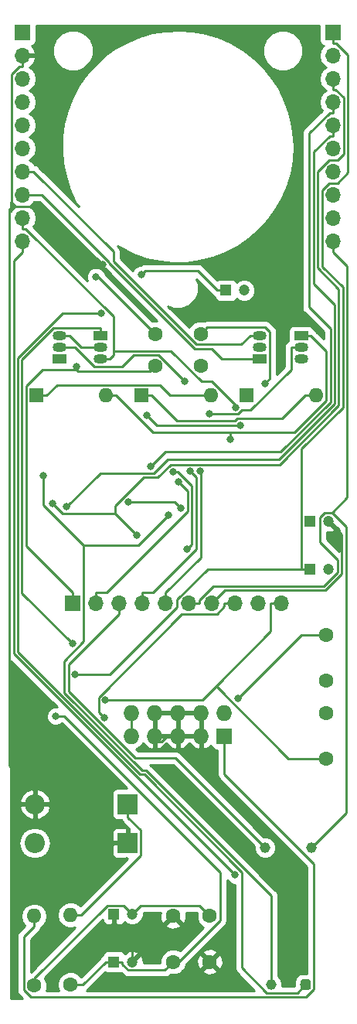
<source format=gbl>
G04 #@! TF.GenerationSoftware,KiCad,Pcbnew,(5.0.2)-1*
G04 #@! TF.CreationDate,2019-04-05T22:24:37+02:00*
G04 #@! TF.ProjectId,Corona_mainBoard,436f726f-6e61-45f6-9d61-696e426f6172,1*
G04 #@! TF.SameCoordinates,Original*
G04 #@! TF.FileFunction,Copper,L2,Bot*
G04 #@! TF.FilePolarity,Positive*
%FSLAX46Y46*%
G04 Gerber Fmt 4.6, Leading zero omitted, Abs format (unit mm)*
G04 Created by KiCad (PCBNEW (5.0.2)-1) date 5-4-2019 22:24:37*
%MOMM*%
%LPD*%
G01*
G04 APERTURE LIST*
G04 #@! TA.AperFunction,ComponentPad*
%ADD10C,1.150000*%
G04 #@! TD*
G04 #@! TA.AperFunction,Conductor*
%ADD11C,0.100000*%
G04 #@! TD*
G04 #@! TA.AperFunction,ComponentPad*
%ADD12C,1.600000*%
G04 #@! TD*
G04 #@! TA.AperFunction,ComponentPad*
%ADD13C,1.200000*%
G04 #@! TD*
G04 #@! TA.AperFunction,ComponentPad*
%ADD14R,1.200000X1.200000*%
G04 #@! TD*
G04 #@! TA.AperFunction,ComponentPad*
%ADD15R,2.200000X2.200000*%
G04 #@! TD*
G04 #@! TA.AperFunction,ComponentPad*
%ADD16O,2.200000X2.200000*%
G04 #@! TD*
G04 #@! TA.AperFunction,ComponentPad*
%ADD17O,1.600000X1.600000*%
G04 #@! TD*
G04 #@! TA.AperFunction,ComponentPad*
%ADD18R,1.600000X1.600000*%
G04 #@! TD*
G04 #@! TA.AperFunction,ComponentPad*
%ADD19R,1.700000X1.700000*%
G04 #@! TD*
G04 #@! TA.AperFunction,ComponentPad*
%ADD20O,1.700000X1.700000*%
G04 #@! TD*
G04 #@! TA.AperFunction,ComponentPad*
%ADD21R,1.727200X1.727200*%
G04 #@! TD*
G04 #@! TA.AperFunction,ComponentPad*
%ADD22O,1.727200X1.727200*%
G04 #@! TD*
G04 #@! TA.AperFunction,ComponentPad*
%ADD23R,1.500000X1.050000*%
G04 #@! TD*
G04 #@! TA.AperFunction,ComponentPad*
%ADD24O,1.500000X1.050000*%
G04 #@! TD*
G04 #@! TA.AperFunction,ViaPad*
%ADD25C,0.800000*%
G04 #@! TD*
G04 #@! TA.AperFunction,Conductor*
%ADD26C,0.250000*%
G04 #@! TD*
G04 #@! TA.AperFunction,Conductor*
%ADD27C,0.254000*%
G04 #@! TD*
G04 APERTURE END LIST*
D10*
G04 #@! TO.P,U3,2*
G04 #@! TO.N,/cv.drv*
X29200000Y-105750000D03*
G04 #@! TO.P,U3,4*
G04 #@! TO.N,/tube.3*
X28560000Y-90750000D03*
G04 #@! TO.P,U3,3*
G04 #@! TO.N,/tube.8*
X33640000Y-90750000D03*
D11*
G04 #@! TD*
G04 #@! TO.N,Net-(R32-Pad2)*
G04 #@! TO.C,U3*
G36*
X33315680Y-105176384D02*
X33343588Y-105180524D01*
X33370957Y-105187380D01*
X33397521Y-105196885D01*
X33423027Y-105208948D01*
X33447226Y-105223452D01*
X33469888Y-105240259D01*
X33490793Y-105259207D01*
X33509741Y-105280112D01*
X33526548Y-105302774D01*
X33541052Y-105326973D01*
X33553115Y-105352479D01*
X33562620Y-105379043D01*
X33569476Y-105406412D01*
X33573616Y-105434320D01*
X33575000Y-105462500D01*
X33575000Y-106037500D01*
X33573616Y-106065680D01*
X33569476Y-106093588D01*
X33562620Y-106120957D01*
X33553115Y-106147521D01*
X33541052Y-106173027D01*
X33526548Y-106197226D01*
X33509741Y-106219888D01*
X33490793Y-106240793D01*
X33469888Y-106259741D01*
X33447226Y-106276548D01*
X33423027Y-106291052D01*
X33397521Y-106303115D01*
X33370957Y-106312620D01*
X33343588Y-106319476D01*
X33315680Y-106323616D01*
X33287500Y-106325000D01*
X32712500Y-106325000D01*
X32684320Y-106323616D01*
X32656412Y-106319476D01*
X32629043Y-106312620D01*
X32602479Y-106303115D01*
X32576973Y-106291052D01*
X32552774Y-106276548D01*
X32530112Y-106259741D01*
X32509207Y-106240793D01*
X32490259Y-106219888D01*
X32473452Y-106197226D01*
X32458948Y-106173027D01*
X32446885Y-106147521D01*
X32437380Y-106120957D01*
X32430524Y-106093588D01*
X32426384Y-106065680D01*
X32425000Y-106037500D01*
X32425000Y-105462500D01*
X32426384Y-105434320D01*
X32430524Y-105406412D01*
X32437380Y-105379043D01*
X32446885Y-105352479D01*
X32458948Y-105326973D01*
X32473452Y-105302774D01*
X32490259Y-105280112D01*
X32509207Y-105259207D01*
X32530112Y-105240259D01*
X32552774Y-105223452D01*
X32576973Y-105208948D01*
X32602479Y-105196885D01*
X32629043Y-105187380D01*
X32656412Y-105180524D01*
X32684320Y-105176384D01*
X32712500Y-105175000D01*
X33287500Y-105175000D01*
X33315680Y-105176384D01*
X33315680Y-105176384D01*
G37*
D10*
G04 #@! TO.P,U3,1*
G04 #@! TO.N,Net-(R32-Pad2)*
X33000000Y-105750000D03*
G04 #@! TD*
D12*
G04 #@! TO.P,C6,2*
G04 #@! TO.N,/tube.1*
X16500000Y-38000000D03*
G04 #@! TO.P,C6,1*
G04 #@! TO.N,/tube.7*
X21500000Y-38000000D03*
G04 #@! TD*
D13*
G04 #@! TO.P,C8,2*
G04 #@! TO.N,/tube.out*
X35500000Y-60250000D03*
D14*
G04 #@! TO.P,C8,1*
G04 #@! TO.N,/R.gain.1*
X33500000Y-60250000D03*
G04 #@! TD*
D12*
G04 #@! TO.P,C9,1*
G04 #@! TO.N,/led.fb.in*
X35250000Y-72500000D03*
G04 #@! TO.P,C9,2*
G04 #@! TO.N,/tube.in*
X35250000Y-67500000D03*
G04 #@! TD*
D15*
G04 #@! TO.P,D1,1*
G04 #@! TO.N,Net-(D1-Pad1)*
X13500000Y-86000000D03*
D16*
G04 #@! TO.P,D1,2*
G04 #@! TO.N,/gnd*
X3340000Y-86000000D03*
G04 #@! TD*
G04 #@! TO.P,D2,2*
G04 #@! TO.N,Net-(D2-Pad2)*
X3340000Y-90250000D03*
D15*
G04 #@! TO.P,D2,1*
G04 #@! TO.N,/gnd*
X13500000Y-90250000D03*
G04 #@! TD*
D17*
G04 #@! TO.P,D4,2*
G04 #@! TO.N,/+12V*
X11120000Y-41250000D03*
D18*
G04 #@! TO.P,D4,1*
G04 #@! TO.N,Net-(D4-Pad1)*
X3500000Y-41250000D03*
G04 #@! TD*
G04 #@! TO.P,D5,1*
G04 #@! TO.N,Net-(D5-Pad1)*
X15000000Y-41250000D03*
D17*
G04 #@! TO.P,D5,2*
G04 #@! TO.N,Net-(D4-Pad1)*
X22620000Y-41250000D03*
G04 #@! TD*
D18*
G04 #@! TO.P,D6,1*
G04 #@! TO.N,/led.clip.in*
X26500000Y-41250000D03*
D17*
G04 #@! TO.P,D6,2*
G04 #@! TO.N,Net-(D5-Pad1)*
X34120000Y-41250000D03*
G04 #@! TD*
D19*
G04 #@! TO.P,J3,1*
G04 #@! TO.N,/+12V*
X2000000Y-1500000D03*
D20*
G04 #@! TO.P,J3,2*
G04 #@! TO.N,/gnd*
X2000000Y-4040000D03*
G04 #@! TO.P,J3,3*
G04 #@! TO.N,/-12V*
X2000000Y-6580000D03*
G04 #@! TO.P,J3,4*
G04 #@! TO.N,N/C*
X2000000Y-9120000D03*
G04 #@! TO.P,J3,5*
G04 #@! TO.N,/audio.in*
X2000000Y-11660000D03*
G04 #@! TO.P,J3,6*
G04 #@! TO.N,/audio.out*
X2000000Y-14200000D03*
G04 #@! TO.P,J3,7*
G04 #@! TO.N,/led.clip.in*
X2000000Y-16740000D03*
G04 #@! TO.P,J3,8*
G04 #@! TO.N,/led.clip.out*
X2000000Y-19280000D03*
G04 #@! TO.P,J3,9*
G04 #@! TO.N,/led.fb.in*
X2000000Y-21820000D03*
G04 #@! TO.P,J3,10*
G04 #@! TO.N,/led.fb.out*
X2000000Y-24360000D03*
G04 #@! TD*
D21*
G04 #@! TO.P,J7,1*
G04 #@! TO.N,Net-(D2-Pad2)*
X24080000Y-78540000D03*
D22*
G04 #@! TO.P,J7,2*
X24080000Y-76000000D03*
G04 #@! TO.P,J7,3*
G04 #@! TO.N,/gnd*
X21540000Y-78540000D03*
G04 #@! TO.P,J7,4*
X21540000Y-76000000D03*
G04 #@! TO.P,J7,5*
X19000000Y-78540000D03*
G04 #@! TO.P,J7,6*
X19000000Y-76000000D03*
G04 #@! TO.P,J7,7*
X16460000Y-78540000D03*
G04 #@! TO.P,J7,8*
X16460000Y-76000000D03*
G04 #@! TO.P,J7,9*
G04 #@! TO.N,Net-(D1-Pad1)*
X13920000Y-78540000D03*
G04 #@! TO.P,J7,10*
X13920000Y-76000000D03*
G04 #@! TD*
D23*
G04 #@! TO.P,Q1,1*
G04 #@! TO.N,Net-(Q1-Pad1)*
X10500000Y-34710000D03*
D24*
G04 #@! TO.P,Q1,3*
G04 #@! TO.N,/led.fb.in*
X10500000Y-37250000D03*
G04 #@! TO.P,Q1,2*
G04 #@! TO.N,Net-(Q1-Pad2)*
X10500000Y-35980000D03*
G04 #@! TD*
G04 #@! TO.P,Q2,2*
G04 #@! TO.N,Net-(Q2-Pad2)*
X6000000Y-35980000D03*
G04 #@! TO.P,Q2,3*
G04 #@! TO.N,Net-(Q1-Pad2)*
X6000000Y-34710000D03*
D23*
G04 #@! TO.P,Q2,1*
G04 #@! TO.N,/+12V*
X6000000Y-37250000D03*
G04 #@! TD*
G04 #@! TO.P,Q3,1*
G04 #@! TO.N,/+12V*
X32500000Y-34750000D03*
D24*
G04 #@! TO.P,Q3,3*
G04 #@! TO.N,Net-(C11-Pad1)*
X32500000Y-37290000D03*
G04 #@! TO.P,Q3,2*
G04 #@! TO.N,Net-(Q3-Pad2)*
X32500000Y-36020000D03*
G04 #@! TD*
G04 #@! TO.P,Q4,2*
G04 #@! TO.N,Net-(Q4-Pad2)*
X28000000Y-35980000D03*
G04 #@! TO.P,Q4,3*
G04 #@! TO.N,/led.clip.in*
X28000000Y-34710000D03*
D23*
G04 #@! TO.P,Q4,1*
G04 #@! TO.N,/led.clip.out*
X28000000Y-37250000D03*
G04 #@! TD*
D20*
G04 #@! TO.P,J9,10*
G04 #@! TO.N,/audio.out*
X30360000Y-64000000D03*
G04 #@! TO.P,J9,9*
G04 #@! TO.N,/+12V*
X27820000Y-64000000D03*
G04 #@! TO.P,J9,8*
G04 #@! TO.N,/-12V*
X25280000Y-64000000D03*
G04 #@! TO.P,J9,7*
G04 #@! TO.N,/gnd*
X22740000Y-64000000D03*
G04 #@! TO.P,J9,6*
G04 #@! TO.N,/tube.8*
X20200000Y-64000000D03*
G04 #@! TO.P,J9,5*
G04 #@! TO.N,/tube.7*
X17660000Y-64000000D03*
G04 #@! TO.P,J9,4*
G04 #@! TO.N,/tube.6*
X15120000Y-64000000D03*
G04 #@! TO.P,J9,3*
G04 #@! TO.N,/tube.3*
X12580000Y-64000000D03*
G04 #@! TO.P,J9,2*
G04 #@! TO.N,/tube.2*
X10040000Y-64000000D03*
D19*
G04 #@! TO.P,J9,1*
G04 #@! TO.N,/tube.1*
X7500000Y-64000000D03*
G04 #@! TD*
D12*
G04 #@! TO.P,R.fuse1,1*
G04 #@! TO.N,/+12V*
X7250000Y-105750000D03*
D17*
G04 #@! TO.P,R.fuse1,2*
G04 #@! TO.N,Net-(D1-Pad1)*
X7250000Y-98130000D03*
G04 #@! TD*
D12*
G04 #@! TO.P,R.fuse2,1*
G04 #@! TO.N,/-12V*
X3250000Y-105870000D03*
D17*
G04 #@! TO.P,R.fuse2,2*
G04 #@! TO.N,Net-(D2-Pad2)*
X3250000Y-98250000D03*
G04 #@! TD*
D14*
G04 #@! TO.P,C1,1*
G04 #@! TO.N,/+12V*
X12000000Y-103250000D03*
D13*
G04 #@! TO.P,C1,2*
G04 #@! TO.N,/gnd*
X14000000Y-103250000D03*
G04 #@! TD*
G04 #@! TO.P,C2,2*
G04 #@! TO.N,/-12V*
X14000000Y-98000000D03*
D14*
G04 #@! TO.P,C2,1*
G04 #@! TO.N,/gnd*
X12000000Y-98000000D03*
G04 #@! TD*
D12*
G04 #@! TO.P,C3,2*
G04 #@! TO.N,/gnd*
X18500000Y-98250000D03*
G04 #@! TO.P,C3,1*
G04 #@! TO.N,/+12V*
X18500000Y-103250000D03*
G04 #@! TD*
G04 #@! TO.P,C4,1*
G04 #@! TO.N,/gnd*
X22500000Y-103250000D03*
G04 #@! TO.P,C4,2*
G04 #@! TO.N,/-12V*
X22500000Y-98250000D03*
G04 #@! TD*
G04 #@! TO.P,C5,1*
G04 #@! TO.N,/tube.2*
X16500000Y-34500000D03*
G04 #@! TO.P,C5,2*
G04 #@! TO.N,/tube.in*
X21500000Y-34500000D03*
G04 #@! TD*
D14*
G04 #@! TO.P,C7,1*
G04 #@! TO.N,/tube.6*
X24250000Y-29750000D03*
D13*
G04 #@! TO.P,C7,2*
G04 #@! TO.N,Net-(C7-Pad2)*
X26250000Y-29750000D03*
G04 #@! TD*
D12*
G04 #@! TO.P,C10,2*
G04 #@! TO.N,/audio.out*
X35250000Y-81000000D03*
G04 #@! TO.P,C10,1*
G04 #@! TO.N,/tone.level*
X35250000Y-76000000D03*
G04 #@! TD*
D13*
G04 #@! TO.P,C11,2*
G04 #@! TO.N,/gnd*
X35500000Y-55000000D03*
D14*
G04 #@! TO.P,C11,1*
G04 #@! TO.N,Net-(C11-Pad1)*
X33500000Y-55000000D03*
G04 #@! TD*
D19*
G04 #@! TO.P,J4,1*
G04 #@! TO.N,/R.gain.1*
X36000000Y-1500000D03*
D20*
G04 #@! TO.P,J4,2*
G04 #@! TO.N,/R.gain.3*
X36000000Y-4040000D03*
G04 #@! TO.P,J4,3*
G04 #@! TO.N,/fb.cv.in*
X36000000Y-6580000D03*
G04 #@! TO.P,J4,4*
G04 #@! TO.N,/fb.cv.level*
X36000000Y-9120000D03*
G04 #@! TO.P,J4,5*
G04 #@! TO.N,/fb.level*
X36000000Y-11660000D03*
G04 #@! TO.P,J4,6*
G04 #@! TO.N,/drv.cv.in*
X36000000Y-14200000D03*
G04 #@! TO.P,J4,7*
G04 #@! TO.N,/drv.cv.level*
X36000000Y-16740000D03*
G04 #@! TO.P,J4,8*
G04 #@! TO.N,/drv.level*
X36000000Y-19280000D03*
G04 #@! TO.P,J4,9*
G04 #@! TO.N,/tone.level*
X36000000Y-21820000D03*
G04 #@! TO.P,J4,10*
G04 #@! TO.N,/tube.8*
X36000000Y-24360000D03*
G04 #@! TD*
D25*
G04 #@! TO.N,/tube.2*
X19062500Y-50725600D03*
X10043200Y-28259700D03*
G04 #@! TO.N,/tube.in*
X28525000Y-39940400D03*
X25602100Y-74418600D03*
G04 #@! TO.N,/tube.1*
X7908800Y-38108200D03*
G04 #@! TO.N,/tube.7*
X21432500Y-49555500D03*
G04 #@! TO.N,/+12V*
X5604500Y-76373200D03*
X24761000Y-46069200D03*
G04 #@! TO.N,/gnd*
X10768500Y-26948900D03*
G04 #@! TO.N,/-12V*
X10917400Y-76499700D03*
G04 #@! TO.N,/tube.6*
X20384800Y-49533900D03*
X14994200Y-28026600D03*
G04 #@! TO.N,/R.gain.1*
X7764700Y-71803500D03*
G04 #@! TO.N,/led.fb.in*
X25305400Y-42563700D03*
G04 #@! TO.N,/audio.out*
X11043600Y-74598400D03*
G04 #@! TO.N,/led.fb.out*
X25291600Y-93758900D03*
G04 #@! TO.N,/fb.cv.in*
X14489500Y-56517400D03*
X5275000Y-53067700D03*
G04 #@! TO.N,/fb.cv.level*
X16059100Y-49049500D03*
G04 #@! TO.N,/fb.level*
X6832700Y-53454700D03*
G04 #@! TO.N,/drv.level*
X25826600Y-44512200D03*
X15590200Y-43417500D03*
G04 #@! TO.N,Net-(Q1-Pad1)*
X7439600Y-68413500D03*
G04 #@! TO.N,Net-(Q2-Pad2)*
X19775000Y-39682100D03*
G04 #@! TO.N,Net-(Q3-Pad2)*
X22500000Y-43289000D03*
G04 #@! TO.N,/cv.fb*
X18468900Y-49569200D03*
X19984300Y-58100100D03*
G04 #@! TO.N,/cv.drv*
X4235300Y-49993300D03*
X17990800Y-54361500D03*
G04 #@! TO.N,Net-(R18-Pad2)*
X13597900Y-52907100D03*
X19360300Y-53584000D03*
G04 #@! TO.N,Net-(R32-Pad2)*
X10576300Y-32268100D03*
G04 #@! TD*
D26*
G04 #@! TO.N,/tube.2*
X19062500Y-50725600D02*
X20096500Y-51759600D01*
X20096500Y-51759600D02*
X20096500Y-53943500D01*
X20096500Y-53943500D02*
X11215300Y-62824700D01*
X11215300Y-62824700D02*
X10040000Y-62824700D01*
X10040000Y-64000000D02*
X10040000Y-62824700D01*
X16500000Y-34500000D02*
X10259700Y-28259700D01*
X10259700Y-28259700D02*
X10043200Y-28259700D01*
G04 #@! TO.N,/tube.in*
X21500000Y-34500000D02*
X22195100Y-33804900D01*
X22195100Y-33804900D02*
X28579100Y-33804900D01*
X28579100Y-33804900D02*
X29075400Y-34301200D01*
X29075400Y-34301200D02*
X29075400Y-39390000D01*
X29075400Y-39390000D02*
X28525000Y-39940400D01*
X35250000Y-67500000D02*
X32520700Y-67500000D01*
X32520700Y-67500000D02*
X25602100Y-74418600D01*
G04 #@! TO.N,/tube.1*
X7908800Y-38108200D02*
X7908800Y-38457400D01*
X7908800Y-38457400D02*
X4169400Y-38457400D01*
X4169400Y-38457400D02*
X2374700Y-40252100D01*
X2374700Y-40252100D02*
X2374700Y-57699400D01*
X2374700Y-57699400D02*
X7500000Y-62824700D01*
X16500000Y-38000000D02*
X15910700Y-38589300D01*
X15910700Y-38589300D02*
X8040700Y-38589300D01*
X8040700Y-38589300D02*
X7908800Y-38457400D01*
X7500000Y-64000000D02*
X7500000Y-62824700D01*
G04 #@! TO.N,/tube.7*
X17660000Y-62824700D02*
X21518500Y-58966200D01*
X21518500Y-58966200D02*
X21518500Y-49641500D01*
X21518500Y-49641500D02*
X21432500Y-49555500D01*
X17660000Y-64000000D02*
X17660000Y-62824700D01*
G04 #@! TO.N,/+12V*
X18500000Y-103250000D02*
X19102100Y-103250000D01*
X19102100Y-103250000D02*
X23635900Y-98716200D01*
X23635900Y-98716200D02*
X23635900Y-93455700D01*
X23635900Y-93455700D02*
X6553400Y-76373200D01*
X6553400Y-76373200D02*
X5604500Y-76373200D01*
X24761000Y-45277700D02*
X24761000Y-46069200D01*
X24761000Y-45277700D02*
X31762200Y-45277700D01*
X31762200Y-45277700D02*
X35245400Y-41794500D01*
X35245400Y-41794500D02*
X35245400Y-36420100D01*
X35245400Y-36420100D02*
X33575300Y-34750000D01*
X12245300Y-41250000D02*
X16273000Y-45277700D01*
X16273000Y-45277700D02*
X24761000Y-45277700D01*
X12000000Y-103250000D02*
X12925300Y-103250000D01*
X18500000Y-103250000D02*
X17574700Y-104175300D01*
X17574700Y-104175300D02*
X13590300Y-104175300D01*
X13590300Y-104175300D02*
X12925300Y-103510300D01*
X12925300Y-103510300D02*
X12925300Y-103250000D01*
X32500000Y-34750000D02*
X33575300Y-34750000D01*
X11120000Y-41250000D02*
X12245300Y-41250000D01*
X12000000Y-103250000D02*
X11074700Y-103250000D01*
X7250000Y-105750000D02*
X8574700Y-105750000D01*
X8574700Y-105750000D02*
X11074700Y-103250000D01*
G04 #@! TO.N,/gnd*
X14000000Y-100500500D02*
X16249500Y-100500500D01*
X16249500Y-100500500D02*
X18500000Y-98250000D01*
X12000000Y-98925300D02*
X13575200Y-100500500D01*
X13575200Y-100500500D02*
X14000000Y-100500500D01*
X14000000Y-100500500D02*
X14000000Y-103250000D01*
X3340000Y-86000000D02*
X4765300Y-86000000D01*
X13500000Y-90250000D02*
X9015300Y-90250000D01*
X9015300Y-90250000D02*
X4765300Y-86000000D01*
X866700Y-20550000D02*
X572800Y-20843900D01*
X572800Y-20843900D02*
X572800Y-81807500D01*
X572800Y-81807500D02*
X3340000Y-84574700D01*
X22740000Y-64000000D02*
X24187400Y-62552600D01*
X24187400Y-62552600D02*
X35169900Y-62552600D01*
X35169900Y-62552600D02*
X36938000Y-60784500D01*
X36938000Y-60784500D02*
X36938000Y-56438000D01*
X36938000Y-56438000D02*
X35500000Y-55000000D01*
X866700Y-20550000D02*
X4369600Y-20550000D01*
X4369600Y-20550000D02*
X10768500Y-26948900D01*
X2000000Y-5215300D02*
X1632700Y-5215300D01*
X1632700Y-5215300D02*
X771900Y-6076100D01*
X771900Y-6076100D02*
X771900Y-20455200D01*
X771900Y-20455200D02*
X866700Y-20550000D01*
X3340000Y-86000000D02*
X3340000Y-84574700D01*
X12000000Y-98000000D02*
X12000000Y-98925300D01*
X16460000Y-79134400D02*
X17216700Y-79134400D01*
X17216700Y-79134400D02*
X17811100Y-78540000D01*
X2000000Y-4040000D02*
X2000000Y-5215300D01*
X19000000Y-78540000D02*
X17811100Y-78540000D01*
X16460000Y-78540000D02*
X16460000Y-79134400D01*
G04 #@! TO.N,/-12V*
X14000000Y-98000000D02*
X13074600Y-97074600D01*
X13074600Y-97074600D02*
X11253800Y-97074600D01*
X11253800Y-97074600D02*
X3250000Y-105078400D01*
X3250000Y-105078400D02*
X3250000Y-105870000D01*
X14000000Y-98000000D02*
X14890100Y-97109900D01*
X14890100Y-97109900D02*
X21359900Y-97109900D01*
X21359900Y-97109900D02*
X22500000Y-98250000D01*
X10917400Y-76499700D02*
X10318300Y-75900600D01*
X10318300Y-75900600D02*
X10318300Y-74291200D01*
X10318300Y-74291200D02*
X19434200Y-65175300D01*
X19434200Y-65175300D02*
X23296800Y-65175300D01*
X23296800Y-65175300D02*
X24104700Y-64367400D01*
X24104700Y-64367400D02*
X24104700Y-64000000D01*
X25280000Y-64000000D02*
X24104700Y-64000000D01*
G04 #@! TO.N,/tube.6*
X15120000Y-64000000D02*
X15120000Y-62824700D01*
X20384800Y-49533900D02*
X21022300Y-50171400D01*
X21022300Y-50171400D02*
X21022300Y-58097700D01*
X21022300Y-58097700D02*
X16295300Y-62824700D01*
X16295300Y-62824700D02*
X15120000Y-62824700D01*
X24250000Y-29750000D02*
X23324700Y-29750000D01*
X23324700Y-29750000D02*
X21149300Y-27574600D01*
X21149300Y-27574600D02*
X15446200Y-27574600D01*
X15446200Y-27574600D02*
X14994200Y-28026600D01*
G04 #@! TO.N,/R.gain.1*
X36000000Y-2675300D02*
X36367400Y-2675300D01*
X36367400Y-2675300D02*
X37625600Y-3933500D01*
X37625600Y-3933500D02*
X37625600Y-16865500D01*
X37625600Y-16865500D02*
X36481100Y-18010000D01*
X36481100Y-18010000D02*
X35588400Y-18010000D01*
X35588400Y-18010000D02*
X34819700Y-18778700D01*
X34819700Y-18778700D02*
X34819700Y-27153100D01*
X34819700Y-27153100D02*
X37074600Y-29408000D01*
X37074600Y-29408000D02*
X37074600Y-42595900D01*
X37074600Y-42595900D02*
X32574700Y-47095800D01*
X32574700Y-47095800D02*
X32574700Y-60250000D01*
X36000000Y-1500000D02*
X36000000Y-2675300D01*
X7764700Y-71803500D02*
X11578000Y-71803500D01*
X11578000Y-71803500D02*
X18930000Y-64451500D01*
X18930000Y-64451500D02*
X18930000Y-63593200D01*
X18930000Y-63593200D02*
X22273200Y-60250000D01*
X22273200Y-60250000D02*
X32574700Y-60250000D01*
X33500000Y-60250000D02*
X32574700Y-60250000D01*
G04 #@! TO.N,/led.fb.in*
X25305400Y-42563700D02*
X25305400Y-42295600D01*
X25305400Y-42295600D02*
X22732200Y-39722400D01*
X22732200Y-39722400D02*
X21606900Y-39722400D01*
X21606900Y-39722400D02*
X18253900Y-36369400D01*
X18253900Y-36369400D02*
X11959000Y-36369400D01*
X11959000Y-36369400D02*
X11959000Y-32623700D01*
X11959000Y-32623700D02*
X2330600Y-22995300D01*
X2330600Y-22995300D02*
X2000000Y-22995300D01*
X11575300Y-37250000D02*
X11959000Y-36866300D01*
X11959000Y-36866300D02*
X11959000Y-36369400D01*
X2000000Y-21820000D02*
X2000000Y-22995300D01*
X10500000Y-37250000D02*
X11575300Y-37250000D01*
G04 #@! TO.N,/audio.out*
X23189100Y-73079100D02*
X31110000Y-81000000D01*
X31110000Y-81000000D02*
X35250000Y-81000000D01*
X29184700Y-64000000D02*
X29184700Y-67083500D01*
X29184700Y-67083500D02*
X23189100Y-73079100D01*
X11043600Y-74598400D02*
X21669800Y-74598400D01*
X21669800Y-74598400D02*
X23189100Y-73079100D01*
X30360000Y-64000000D02*
X29184700Y-64000000D01*
G04 #@! TO.N,Net-(D1-Pad1)*
X13500000Y-86000000D02*
X13500000Y-87425300D01*
X7250000Y-98130000D02*
X8375300Y-98130000D01*
X8375300Y-98130000D02*
X14925300Y-91580000D01*
X14925300Y-91580000D02*
X14925300Y-88850600D01*
X14925300Y-88850600D02*
X13500000Y-87425300D01*
X13920000Y-78540000D02*
X13920000Y-77188900D01*
X13920000Y-76000000D02*
X13920000Y-77188900D01*
G04 #@! TO.N,Net-(D2-Pad2)*
X24080000Y-78540000D02*
X24080000Y-79728900D01*
X3250000Y-98250000D02*
X3250000Y-99375300D01*
X3250000Y-99375300D02*
X2113500Y-100511800D01*
X2113500Y-100511800D02*
X2113500Y-106335400D01*
X2113500Y-106335400D02*
X2919300Y-107141200D01*
X2919300Y-107141200D02*
X33073800Y-107141200D01*
X33073800Y-107141200D02*
X33925400Y-106289600D01*
X33925400Y-106289600D02*
X33925400Y-92541900D01*
X33925400Y-92541900D02*
X24080000Y-82696500D01*
X24080000Y-82696500D02*
X24080000Y-79728900D01*
G04 #@! TO.N,Net-(D4-Pad1)*
X3500000Y-41250000D02*
X4625300Y-41250000D01*
X22620000Y-41250000D02*
X18158500Y-41250000D01*
X18158500Y-41250000D02*
X17033200Y-40124700D01*
X17033200Y-40124700D02*
X5750600Y-40124700D01*
X5750600Y-40124700D02*
X4625300Y-41250000D01*
G04 #@! TO.N,Net-(D5-Pad1)*
X32994700Y-41250000D02*
X30457800Y-43786900D01*
X30457800Y-43786900D02*
X25526200Y-43786900D01*
X25526200Y-43786900D02*
X25293100Y-44020000D01*
X25293100Y-44020000D02*
X18895300Y-44020000D01*
X18895300Y-44020000D02*
X16125300Y-41250000D01*
X15000000Y-41250000D02*
X16125300Y-41250000D01*
X34120000Y-41250000D02*
X32994700Y-41250000D01*
G04 #@! TO.N,/led.clip.in*
X26924700Y-34710000D02*
X25968900Y-35665800D01*
X25968900Y-35665800D02*
X21039000Y-35665800D01*
X21039000Y-35665800D02*
X11944100Y-26570900D01*
X11944100Y-26570900D02*
X11944100Y-25508800D01*
X11944100Y-25508800D02*
X3175300Y-16740000D01*
X28000000Y-34710000D02*
X26924700Y-34710000D01*
X2000000Y-16740000D02*
X3175300Y-16740000D01*
G04 #@! TO.N,/led.clip.out*
X28000000Y-37250000D02*
X23833000Y-37250000D01*
X23833000Y-37250000D02*
X22699100Y-36116100D01*
X22699100Y-36116100D02*
X20846200Y-36116100D01*
X20846200Y-36116100D02*
X11493800Y-26763700D01*
X11493800Y-26763700D02*
X11493800Y-26648400D01*
X11493800Y-26648400D02*
X4125400Y-19280000D01*
X4125400Y-19280000D02*
X2000000Y-19280000D01*
G04 #@! TO.N,/led.fb.out*
X2000000Y-24360000D02*
X2000000Y-25535300D01*
X25291600Y-93758900D02*
X25240000Y-93758900D01*
X25240000Y-93758900D02*
X1023300Y-69542200D01*
X1023300Y-69542200D02*
X1023300Y-26512000D01*
X1023300Y-26512000D02*
X2000000Y-25535300D01*
G04 #@! TO.N,/fb.cv.in*
X36000000Y-7755300D02*
X36301300Y-7755300D01*
X36301300Y-7755300D02*
X37175300Y-8629300D01*
X37175300Y-8629300D02*
X37175300Y-14775800D01*
X37175300Y-14775800D02*
X36481100Y-15470000D01*
X36481100Y-15470000D02*
X35588400Y-15470000D01*
X35588400Y-15470000D02*
X34318100Y-16740300D01*
X34318100Y-16740300D02*
X34318100Y-27288500D01*
X34318100Y-27288500D02*
X36622700Y-29593100D01*
X36622700Y-29593100D02*
X36622700Y-42327900D01*
X36622700Y-42327900D02*
X30142000Y-48808600D01*
X30142000Y-48808600D02*
X18189700Y-48808600D01*
X18189700Y-48808600D02*
X16773200Y-50225100D01*
X16773200Y-50225100D02*
X15254200Y-50225100D01*
X15254200Y-50225100D02*
X12152100Y-53327200D01*
X12152100Y-53327200D02*
X12152100Y-54180000D01*
X12152100Y-54180000D02*
X14489500Y-56517400D01*
X5275000Y-53067700D02*
X6387300Y-54180000D01*
X6387300Y-54180000D02*
X12152100Y-54180000D01*
X36000000Y-6580000D02*
X36000000Y-7755300D01*
G04 #@! TO.N,/fb.cv.level*
X36000000Y-9120000D02*
X36000000Y-10295300D01*
X16059100Y-49049500D02*
X17659900Y-47448700D01*
X17659900Y-47448700D02*
X30228100Y-47448700D01*
X30228100Y-47448700D02*
X35721900Y-41954900D01*
X35721900Y-41954900D02*
X35721900Y-33947900D01*
X35721900Y-33947900D02*
X33364400Y-31590400D01*
X33364400Y-31590400D02*
X33364400Y-12563600D01*
X33364400Y-12563600D02*
X35632700Y-10295300D01*
X35632700Y-10295300D02*
X36000000Y-10295300D01*
G04 #@! TO.N,/fb.level*
X6832700Y-53454700D02*
X10512600Y-49774800D01*
X10512600Y-49774800D02*
X16359600Y-49774800D01*
X16359600Y-49774800D02*
X17918100Y-48216300D01*
X17918100Y-48216300D02*
X17918100Y-48216200D01*
X17918100Y-48216200D02*
X30097500Y-48216200D01*
X30097500Y-48216200D02*
X36172300Y-42141400D01*
X36172300Y-42141400D02*
X36172300Y-31299900D01*
X36172300Y-31299900D02*
X33867700Y-28995300D01*
X33867700Y-28995300D02*
X33867700Y-14600300D01*
X33867700Y-14600300D02*
X35632700Y-12835300D01*
X35632700Y-12835300D02*
X36000000Y-12835300D01*
X36000000Y-11660000D02*
X36000000Y-12835300D01*
G04 #@! TO.N,/drv.level*
X25826600Y-44512200D02*
X16684900Y-44512200D01*
X16684900Y-44512200D02*
X15590200Y-43417500D01*
G04 #@! TO.N,/tube.8*
X36000000Y-24360000D02*
X36000000Y-25535300D01*
X35883400Y-54074700D02*
X35116700Y-54074700D01*
X35116700Y-54074700D02*
X34574700Y-54616700D01*
X34574700Y-54616700D02*
X34574700Y-57331900D01*
X34574700Y-57331900D02*
X36473500Y-59230700D01*
X36473500Y-59230700D02*
X36473500Y-60587500D01*
X36473500Y-60587500D02*
X34958800Y-62102200D01*
X34958800Y-62102200D02*
X22905800Y-62102200D01*
X22905800Y-62102200D02*
X21375300Y-63632700D01*
X21375300Y-63632700D02*
X21375300Y-64000000D01*
X33640000Y-90750000D02*
X37433200Y-86956800D01*
X37433200Y-86956800D02*
X37433200Y-55624500D01*
X37433200Y-55624500D02*
X35883400Y-54074700D01*
X36000000Y-25535300D02*
X37539200Y-27074500D01*
X37539200Y-27074500D02*
X37539200Y-52418900D01*
X37539200Y-52418900D02*
X35883400Y-54074700D01*
X20200000Y-64000000D02*
X21375300Y-64000000D01*
G04 #@! TO.N,Net-(Q1-Pad1)*
X10500000Y-33859700D02*
X5377800Y-33859700D01*
X5377800Y-33859700D02*
X1924400Y-37313100D01*
X1924400Y-37313100D02*
X1924400Y-62898300D01*
X1924400Y-62898300D02*
X7439600Y-68413500D01*
X10500000Y-34710000D02*
X10500000Y-33859700D01*
G04 #@! TO.N,Net-(Q1-Pad2)*
X6000000Y-34710000D02*
X7126900Y-34710000D01*
X7126900Y-34710000D02*
X8396900Y-35980000D01*
X8396900Y-35980000D02*
X10500000Y-35980000D01*
G04 #@! TO.N,Net-(Q2-Pad2)*
X6000000Y-35980000D02*
X7760000Y-35980000D01*
X7760000Y-35980000D02*
X9880400Y-38100400D01*
X9880400Y-38100400D02*
X12912300Y-38100400D01*
X12912300Y-38100400D02*
X14192900Y-36819800D01*
X14192900Y-36819800D02*
X16912700Y-36819800D01*
X16912700Y-36819800D02*
X19775000Y-39682100D01*
G04 #@! TO.N,Net-(Q3-Pad2)*
X31424700Y-36020000D02*
X31424700Y-38392200D01*
X31424700Y-38392200D02*
X26971300Y-42845600D01*
X26971300Y-42845600D02*
X26049200Y-42845600D01*
X26049200Y-42845600D02*
X26049200Y-42845700D01*
X26049200Y-42845700D02*
X25605900Y-43289000D01*
X25605900Y-43289000D02*
X22500000Y-43289000D01*
X32500000Y-36020000D02*
X31424700Y-36020000D01*
G04 #@! TO.N,/cv.fb*
X19984300Y-58100100D02*
X20546900Y-57537500D01*
X20546900Y-57537500D02*
X20546900Y-51143900D01*
X20546900Y-51143900D02*
X18972200Y-49569200D01*
X18972200Y-49569200D02*
X18468900Y-49569200D01*
G04 #@! TO.N,/cv.drv*
X29200000Y-105750000D02*
X29200000Y-96004600D01*
X29200000Y-96004600D02*
X15493100Y-82297700D01*
X15493100Y-82297700D02*
X15052600Y-82297700D01*
X15052600Y-82297700D02*
X6538900Y-73784000D01*
X6538900Y-73784000D02*
X6538900Y-70340000D01*
X6538900Y-70340000D02*
X8699500Y-68179400D01*
X8699500Y-68179400D02*
X8699500Y-57685300D01*
X8699500Y-57685300D02*
X4235300Y-53221100D01*
X4235300Y-53221100D02*
X4235300Y-49993300D01*
X17990800Y-54361500D02*
X14667000Y-57685300D01*
X14667000Y-57685300D02*
X8699500Y-57685300D01*
G04 #@! TO.N,/tube.3*
X28560000Y-90750000D02*
X18756800Y-80946800D01*
X18756800Y-80946800D02*
X14338600Y-80946800D01*
X14338600Y-80946800D02*
X7039400Y-73647600D01*
X7039400Y-73647600D02*
X7039400Y-70715900D01*
X7039400Y-70715900D02*
X12580000Y-65175300D01*
X12580000Y-64000000D02*
X12580000Y-65175300D01*
G04 #@! TO.N,Net-(R18-Pad2)*
X19360300Y-53584000D02*
X18683400Y-52907100D01*
X18683400Y-52907100D02*
X13597900Y-52907100D01*
G04 #@! TO.N,Net-(R32-Pad2)*
X33000000Y-105750000D02*
X32099600Y-106650400D01*
X32099600Y-106650400D02*
X28750200Y-106650400D01*
X28750200Y-106650400D02*
X26016900Y-103917100D01*
X26016900Y-103917100D02*
X26016900Y-93458400D01*
X26016900Y-93458400D02*
X15306500Y-82748000D01*
X15306500Y-82748000D02*
X14866000Y-82748000D01*
X14866000Y-82748000D02*
X1474100Y-69356100D01*
X1474100Y-69356100D02*
X1474100Y-37126500D01*
X1474100Y-37126500D02*
X6332500Y-32268100D01*
X6332500Y-32268100D02*
X10576300Y-32268100D01*
G04 #@! TD*
D27*
G04 #@! TO.N,/gnd*
G36*
X5744499Y-75338200D02*
X5398626Y-75338200D01*
X5018220Y-75495769D01*
X4727069Y-75786920D01*
X4569500Y-76167326D01*
X4569500Y-76579074D01*
X4727069Y-76959480D01*
X5018220Y-77250631D01*
X5398626Y-77408200D01*
X5810374Y-77408200D01*
X6190780Y-77250631D01*
X6273405Y-77168006D01*
X13357959Y-84252560D01*
X12400000Y-84252560D01*
X12152235Y-84301843D01*
X11942191Y-84442191D01*
X11801843Y-84652235D01*
X11752560Y-84900000D01*
X11752560Y-87100000D01*
X11801843Y-87347765D01*
X11942191Y-87557809D01*
X12152235Y-87698157D01*
X12400000Y-87747440D01*
X12801204Y-87747440D01*
X12952072Y-87973229D01*
X13015528Y-88015629D01*
X13650324Y-88650426D01*
X13627000Y-88673750D01*
X13627000Y-90123000D01*
X13647000Y-90123000D01*
X13647000Y-90377000D01*
X13627000Y-90377000D01*
X13627000Y-90397000D01*
X13373000Y-90397000D01*
X13373000Y-90377000D01*
X11923750Y-90377000D01*
X11765000Y-90535750D01*
X11765000Y-91476310D01*
X11861673Y-91709699D01*
X12040302Y-91888327D01*
X12273691Y-91985000D01*
X13214250Y-91985000D01*
X13372998Y-91826252D01*
X13372998Y-91985000D01*
X13445498Y-91985000D01*
X8304804Y-97125695D01*
X8284577Y-97095423D01*
X7809909Y-96778260D01*
X7391333Y-96695000D01*
X7108667Y-96695000D01*
X6690091Y-96778260D01*
X6215423Y-97095423D01*
X5898260Y-97570091D01*
X5786887Y-98130000D01*
X5898260Y-98689909D01*
X6215423Y-99164577D01*
X6690091Y-99481740D01*
X7108667Y-99565000D01*
X7391333Y-99565000D01*
X7762410Y-99491188D01*
X2873500Y-104380099D01*
X2873500Y-100826601D01*
X3734473Y-99965629D01*
X3797929Y-99923229D01*
X3840924Y-99858882D01*
X3965904Y-99671838D01*
X3987155Y-99565000D01*
X4005896Y-99470786D01*
X4284577Y-99284577D01*
X4601740Y-98809909D01*
X4713113Y-98250000D01*
X4601740Y-97690091D01*
X4284577Y-97215423D01*
X3809909Y-96898260D01*
X3391333Y-96815000D01*
X3108667Y-96815000D01*
X2690091Y-96898260D01*
X2215423Y-97215423D01*
X1898260Y-97690091D01*
X1786887Y-98250000D01*
X1898260Y-98809909D01*
X2215423Y-99284577D01*
X2245695Y-99304804D01*
X1629030Y-99921469D01*
X1565571Y-99963871D01*
X1397596Y-100215264D01*
X1353500Y-100436949D01*
X1353500Y-100436953D01*
X1338612Y-100511800D01*
X1353500Y-100586647D01*
X1353501Y-106260548D01*
X1338612Y-106335400D01*
X1397597Y-106631937D01*
X1414161Y-106656726D01*
X1565572Y-106883329D01*
X1629027Y-106925729D01*
X1968298Y-107265000D01*
X735000Y-107265000D01*
X735000Y-90250000D01*
X1571010Y-90250000D01*
X1705666Y-90926963D01*
X2089135Y-91500865D01*
X2663037Y-91884334D01*
X3169120Y-91985000D01*
X3510880Y-91985000D01*
X4016963Y-91884334D01*
X4590865Y-91500865D01*
X4974334Y-90926963D01*
X5108990Y-90250000D01*
X4974334Y-89573037D01*
X4607273Y-89023690D01*
X11765000Y-89023690D01*
X11765000Y-89964250D01*
X11923750Y-90123000D01*
X13373000Y-90123000D01*
X13373000Y-88673750D01*
X13214250Y-88515000D01*
X12273691Y-88515000D01*
X12040302Y-88611673D01*
X11861673Y-88790301D01*
X11765000Y-89023690D01*
X4607273Y-89023690D01*
X4590865Y-88999135D01*
X4016963Y-88615666D01*
X3510880Y-88515000D01*
X3169120Y-88515000D01*
X2663037Y-88615666D01*
X2089135Y-88999135D01*
X1705666Y-89573037D01*
X1571010Y-90250000D01*
X735000Y-90250000D01*
X735000Y-86396122D01*
X1650825Y-86396122D01*
X1865466Y-86914332D01*
X2327608Y-87409012D01*
X2943877Y-87689183D01*
X3213000Y-87571604D01*
X3213000Y-86127000D01*
X3467000Y-86127000D01*
X3467000Y-87571604D01*
X3736123Y-87689183D01*
X4352392Y-87409012D01*
X4814534Y-86914332D01*
X5029175Y-86396122D01*
X4911125Y-86127000D01*
X3467000Y-86127000D01*
X3213000Y-86127000D01*
X1768875Y-86127000D01*
X1650825Y-86396122D01*
X735000Y-86396122D01*
X735000Y-85603878D01*
X1650825Y-85603878D01*
X1768875Y-85873000D01*
X3213000Y-85873000D01*
X3213000Y-84428396D01*
X3467000Y-84428396D01*
X3467000Y-85873000D01*
X4911125Y-85873000D01*
X5029175Y-85603878D01*
X4814534Y-85085668D01*
X4352392Y-84590988D01*
X3736123Y-84310817D01*
X3467000Y-84428396D01*
X3213000Y-84428396D01*
X2943877Y-84310817D01*
X2327608Y-84590988D01*
X1865466Y-85085668D01*
X1650825Y-85603878D01*
X735000Y-85603878D01*
X735000Y-70328701D01*
X5744499Y-75338200D01*
X5744499Y-75338200D01*
G37*
X5744499Y-75338200D02*
X5398626Y-75338200D01*
X5018220Y-75495769D01*
X4727069Y-75786920D01*
X4569500Y-76167326D01*
X4569500Y-76579074D01*
X4727069Y-76959480D01*
X5018220Y-77250631D01*
X5398626Y-77408200D01*
X5810374Y-77408200D01*
X6190780Y-77250631D01*
X6273405Y-77168006D01*
X13357959Y-84252560D01*
X12400000Y-84252560D01*
X12152235Y-84301843D01*
X11942191Y-84442191D01*
X11801843Y-84652235D01*
X11752560Y-84900000D01*
X11752560Y-87100000D01*
X11801843Y-87347765D01*
X11942191Y-87557809D01*
X12152235Y-87698157D01*
X12400000Y-87747440D01*
X12801204Y-87747440D01*
X12952072Y-87973229D01*
X13015528Y-88015629D01*
X13650324Y-88650426D01*
X13627000Y-88673750D01*
X13627000Y-90123000D01*
X13647000Y-90123000D01*
X13647000Y-90377000D01*
X13627000Y-90377000D01*
X13627000Y-90397000D01*
X13373000Y-90397000D01*
X13373000Y-90377000D01*
X11923750Y-90377000D01*
X11765000Y-90535750D01*
X11765000Y-91476310D01*
X11861673Y-91709699D01*
X12040302Y-91888327D01*
X12273691Y-91985000D01*
X13214250Y-91985000D01*
X13372998Y-91826252D01*
X13372998Y-91985000D01*
X13445498Y-91985000D01*
X8304804Y-97125695D01*
X8284577Y-97095423D01*
X7809909Y-96778260D01*
X7391333Y-96695000D01*
X7108667Y-96695000D01*
X6690091Y-96778260D01*
X6215423Y-97095423D01*
X5898260Y-97570091D01*
X5786887Y-98130000D01*
X5898260Y-98689909D01*
X6215423Y-99164577D01*
X6690091Y-99481740D01*
X7108667Y-99565000D01*
X7391333Y-99565000D01*
X7762410Y-99491188D01*
X2873500Y-104380099D01*
X2873500Y-100826601D01*
X3734473Y-99965629D01*
X3797929Y-99923229D01*
X3840924Y-99858882D01*
X3965904Y-99671838D01*
X3987155Y-99565000D01*
X4005896Y-99470786D01*
X4284577Y-99284577D01*
X4601740Y-98809909D01*
X4713113Y-98250000D01*
X4601740Y-97690091D01*
X4284577Y-97215423D01*
X3809909Y-96898260D01*
X3391333Y-96815000D01*
X3108667Y-96815000D01*
X2690091Y-96898260D01*
X2215423Y-97215423D01*
X1898260Y-97690091D01*
X1786887Y-98250000D01*
X1898260Y-98809909D01*
X2215423Y-99284577D01*
X2245695Y-99304804D01*
X1629030Y-99921469D01*
X1565571Y-99963871D01*
X1397596Y-100215264D01*
X1353500Y-100436949D01*
X1353500Y-100436953D01*
X1338612Y-100511800D01*
X1353500Y-100586647D01*
X1353501Y-106260548D01*
X1338612Y-106335400D01*
X1397597Y-106631937D01*
X1414161Y-106656726D01*
X1565572Y-106883329D01*
X1629027Y-106925729D01*
X1968298Y-107265000D01*
X735000Y-107265000D01*
X735000Y-90250000D01*
X1571010Y-90250000D01*
X1705666Y-90926963D01*
X2089135Y-91500865D01*
X2663037Y-91884334D01*
X3169120Y-91985000D01*
X3510880Y-91985000D01*
X4016963Y-91884334D01*
X4590865Y-91500865D01*
X4974334Y-90926963D01*
X5108990Y-90250000D01*
X4974334Y-89573037D01*
X4607273Y-89023690D01*
X11765000Y-89023690D01*
X11765000Y-89964250D01*
X11923750Y-90123000D01*
X13373000Y-90123000D01*
X13373000Y-88673750D01*
X13214250Y-88515000D01*
X12273691Y-88515000D01*
X12040302Y-88611673D01*
X11861673Y-88790301D01*
X11765000Y-89023690D01*
X4607273Y-89023690D01*
X4590865Y-88999135D01*
X4016963Y-88615666D01*
X3510880Y-88515000D01*
X3169120Y-88515000D01*
X2663037Y-88615666D01*
X2089135Y-88999135D01*
X1705666Y-89573037D01*
X1571010Y-90250000D01*
X735000Y-90250000D01*
X735000Y-86396122D01*
X1650825Y-86396122D01*
X1865466Y-86914332D01*
X2327608Y-87409012D01*
X2943877Y-87689183D01*
X3213000Y-87571604D01*
X3213000Y-86127000D01*
X3467000Y-86127000D01*
X3467000Y-87571604D01*
X3736123Y-87689183D01*
X4352392Y-87409012D01*
X4814534Y-86914332D01*
X5029175Y-86396122D01*
X4911125Y-86127000D01*
X3467000Y-86127000D01*
X3213000Y-86127000D01*
X1768875Y-86127000D01*
X1650825Y-86396122D01*
X735000Y-86396122D01*
X735000Y-85603878D01*
X1650825Y-85603878D01*
X1768875Y-85873000D01*
X3213000Y-85873000D01*
X3213000Y-84428396D01*
X3467000Y-84428396D01*
X3467000Y-85873000D01*
X4911125Y-85873000D01*
X5029175Y-85603878D01*
X4814534Y-85085668D01*
X4352392Y-84590988D01*
X3736123Y-84310817D01*
X3467000Y-84428396D01*
X3213000Y-84428396D01*
X2943877Y-84310817D01*
X2327608Y-84590988D01*
X1865466Y-85085668D01*
X1650825Y-85603878D01*
X735000Y-85603878D01*
X735000Y-70328701D01*
X5744499Y-75338200D01*
G36*
X24414169Y-94345180D02*
X24705320Y-94636331D01*
X25085726Y-94793900D01*
X25256901Y-94793900D01*
X25256900Y-103842253D01*
X25242012Y-103917100D01*
X25256900Y-103991947D01*
X25256900Y-103991951D01*
X25300996Y-104213636D01*
X25468971Y-104465029D01*
X25532430Y-104507431D01*
X27406198Y-106381200D01*
X8998005Y-106381200D01*
X9122629Y-106297929D01*
X9165031Y-106234470D01*
X11031810Y-104367691D01*
X11152235Y-104448157D01*
X11400000Y-104497440D01*
X12600000Y-104497440D01*
X12798212Y-104458014D01*
X12999971Y-104659773D01*
X13042371Y-104723229D01*
X13293763Y-104891204D01*
X13515448Y-104935300D01*
X13515452Y-104935300D01*
X13590299Y-104950188D01*
X13665146Y-104935300D01*
X17499853Y-104935300D01*
X17574700Y-104950188D01*
X17649547Y-104935300D01*
X17649552Y-104935300D01*
X17871237Y-104891204D01*
X18122629Y-104723229D01*
X18162564Y-104663462D01*
X18214561Y-104685000D01*
X18785439Y-104685000D01*
X19312862Y-104466534D01*
X19521651Y-104257745D01*
X21671861Y-104257745D01*
X21745995Y-104503864D01*
X22283223Y-104696965D01*
X22853454Y-104669778D01*
X23254005Y-104503864D01*
X23328139Y-104257745D01*
X22500000Y-103429605D01*
X21671861Y-104257745D01*
X19521651Y-104257745D01*
X19716534Y-104062862D01*
X19935000Y-103535439D01*
X19935000Y-103491901D01*
X20393678Y-103033223D01*
X21053035Y-103033223D01*
X21080222Y-103603454D01*
X21246136Y-104004005D01*
X21492255Y-104078139D01*
X22320395Y-103250000D01*
X22679605Y-103250000D01*
X23507745Y-104078139D01*
X23753864Y-104004005D01*
X23946965Y-103466777D01*
X23919778Y-102896546D01*
X23753864Y-102495995D01*
X23507745Y-102421861D01*
X22679605Y-103250000D01*
X22320395Y-103250000D01*
X21492255Y-102421861D01*
X21246136Y-102495995D01*
X21053035Y-103033223D01*
X20393678Y-103033223D01*
X21184646Y-102242255D01*
X21671861Y-102242255D01*
X22500000Y-103070395D01*
X23328139Y-102242255D01*
X23254005Y-101996136D01*
X22716777Y-101803035D01*
X22146546Y-101830222D01*
X21745995Y-101996136D01*
X21671861Y-102242255D01*
X21184646Y-102242255D01*
X24120376Y-99306527D01*
X24183829Y-99264129D01*
X24226227Y-99200676D01*
X24226229Y-99200674D01*
X24351803Y-99012738D01*
X24351804Y-99012737D01*
X24395900Y-98791052D01*
X24395900Y-98791048D01*
X24410788Y-98716201D01*
X24395900Y-98641354D01*
X24395900Y-94301075D01*
X24414169Y-94345180D01*
X24414169Y-94345180D01*
G37*
X24414169Y-94345180D02*
X24705320Y-94636331D01*
X25085726Y-94793900D01*
X25256901Y-94793900D01*
X25256900Y-103842253D01*
X25242012Y-103917100D01*
X25256900Y-103991947D01*
X25256900Y-103991951D01*
X25300996Y-104213636D01*
X25468971Y-104465029D01*
X25532430Y-104507431D01*
X27406198Y-106381200D01*
X8998005Y-106381200D01*
X9122629Y-106297929D01*
X9165031Y-106234470D01*
X11031810Y-104367691D01*
X11152235Y-104448157D01*
X11400000Y-104497440D01*
X12600000Y-104497440D01*
X12798212Y-104458014D01*
X12999971Y-104659773D01*
X13042371Y-104723229D01*
X13293763Y-104891204D01*
X13515448Y-104935300D01*
X13515452Y-104935300D01*
X13590299Y-104950188D01*
X13665146Y-104935300D01*
X17499853Y-104935300D01*
X17574700Y-104950188D01*
X17649547Y-104935300D01*
X17649552Y-104935300D01*
X17871237Y-104891204D01*
X18122629Y-104723229D01*
X18162564Y-104663462D01*
X18214561Y-104685000D01*
X18785439Y-104685000D01*
X19312862Y-104466534D01*
X19521651Y-104257745D01*
X21671861Y-104257745D01*
X21745995Y-104503864D01*
X22283223Y-104696965D01*
X22853454Y-104669778D01*
X23254005Y-104503864D01*
X23328139Y-104257745D01*
X22500000Y-103429605D01*
X21671861Y-104257745D01*
X19521651Y-104257745D01*
X19716534Y-104062862D01*
X19935000Y-103535439D01*
X19935000Y-103491901D01*
X20393678Y-103033223D01*
X21053035Y-103033223D01*
X21080222Y-103603454D01*
X21246136Y-104004005D01*
X21492255Y-104078139D01*
X22320395Y-103250000D01*
X22679605Y-103250000D01*
X23507745Y-104078139D01*
X23753864Y-104004005D01*
X23946965Y-103466777D01*
X23919778Y-102896546D01*
X23753864Y-102495995D01*
X23507745Y-102421861D01*
X22679605Y-103250000D01*
X22320395Y-103250000D01*
X21492255Y-102421861D01*
X21246136Y-102495995D01*
X21053035Y-103033223D01*
X20393678Y-103033223D01*
X21184646Y-102242255D01*
X21671861Y-102242255D01*
X22500000Y-103070395D01*
X23328139Y-102242255D01*
X23254005Y-101996136D01*
X22716777Y-101803035D01*
X22146546Y-101830222D01*
X21745995Y-101996136D01*
X21671861Y-102242255D01*
X21184646Y-102242255D01*
X24120376Y-99306527D01*
X24183829Y-99264129D01*
X24226227Y-99200676D01*
X24226229Y-99200674D01*
X24351803Y-99012738D01*
X24351804Y-99012737D01*
X24395900Y-98791052D01*
X24395900Y-98791048D01*
X24410788Y-98716201D01*
X24395900Y-98641354D01*
X24395900Y-94301075D01*
X24414169Y-94345180D01*
G36*
X12127000Y-97873000D02*
X12147000Y-97873000D01*
X12147000Y-98127000D01*
X12127000Y-98127000D01*
X12127000Y-99076250D01*
X12285750Y-99235000D01*
X12726309Y-99235000D01*
X12959698Y-99138327D01*
X13138327Y-98959699D01*
X13160241Y-98906794D01*
X13300429Y-99046982D01*
X13754343Y-99235000D01*
X14245657Y-99235000D01*
X14699571Y-99046982D01*
X15046982Y-98699571D01*
X15235000Y-98245657D01*
X15235000Y-97869900D01*
X17111740Y-97869900D01*
X17053035Y-98033223D01*
X17080222Y-98603454D01*
X17246136Y-99004005D01*
X17492255Y-99078139D01*
X18320395Y-98250000D01*
X18306253Y-98235858D01*
X18485858Y-98056253D01*
X18500000Y-98070395D01*
X18514143Y-98056253D01*
X18693748Y-98235858D01*
X18679605Y-98250000D01*
X19507745Y-99078139D01*
X19753864Y-99004005D01*
X19946965Y-98466777D01*
X19919778Y-97896546D01*
X19908741Y-97869900D01*
X21045099Y-97869900D01*
X21086897Y-97911698D01*
X21065000Y-97964561D01*
X21065000Y-98535439D01*
X21283466Y-99062862D01*
X21687138Y-99466534D01*
X21774554Y-99502743D01*
X19264051Y-102013248D01*
X18785439Y-101815000D01*
X18214561Y-101815000D01*
X17687138Y-102033466D01*
X17283466Y-102437138D01*
X17065000Y-102964561D01*
X17065000Y-103415300D01*
X15247580Y-103415300D01*
X15217482Y-102928587D01*
X15088164Y-102616383D01*
X14862735Y-102566870D01*
X14179605Y-103250000D01*
X14193748Y-103264143D01*
X14042590Y-103415300D01*
X13957410Y-103415300D01*
X13806253Y-103264143D01*
X13820395Y-103250000D01*
X13806253Y-103235858D01*
X13985858Y-103056253D01*
X14000000Y-103070395D01*
X14683130Y-102387265D01*
X14633617Y-102161836D01*
X14168964Y-102002193D01*
X13678587Y-102032518D01*
X13366383Y-102161836D01*
X13316871Y-102387263D01*
X13201178Y-102271570D01*
X13147030Y-102325718D01*
X13057809Y-102192191D01*
X12847765Y-102051843D01*
X12600000Y-102002560D01*
X11400000Y-102002560D01*
X11152235Y-102051843D01*
X10942191Y-102192191D01*
X10801843Y-102402235D01*
X10775224Y-102536060D01*
X10526771Y-102702071D01*
X10484371Y-102765527D01*
X8389647Y-104860251D01*
X8062862Y-104533466D01*
X7535439Y-104315000D01*
X6964561Y-104315000D01*
X6437138Y-104533466D01*
X6033466Y-104937138D01*
X5815000Y-105464561D01*
X5815000Y-106035439D01*
X5958219Y-106381200D01*
X4591487Y-106381200D01*
X4685000Y-106155439D01*
X4685000Y-105584561D01*
X4466534Y-105057138D01*
X4406299Y-104996903D01*
X10145457Y-99257745D01*
X17671861Y-99257745D01*
X17745995Y-99503864D01*
X18283223Y-99696965D01*
X18853454Y-99669778D01*
X19254005Y-99503864D01*
X19328139Y-99257745D01*
X18500000Y-98429605D01*
X17671861Y-99257745D01*
X10145457Y-99257745D01*
X10765000Y-98638202D01*
X10765000Y-98726310D01*
X10861673Y-98959699D01*
X11040302Y-99138327D01*
X11273691Y-99235000D01*
X11714250Y-99235000D01*
X11873000Y-99076250D01*
X11873000Y-98127000D01*
X11853000Y-98127000D01*
X11853000Y-97873000D01*
X11873000Y-97873000D01*
X11873000Y-97853000D01*
X12127000Y-97853000D01*
X12127000Y-97873000D01*
X12127000Y-97873000D01*
G37*
X12127000Y-97873000D02*
X12147000Y-97873000D01*
X12147000Y-98127000D01*
X12127000Y-98127000D01*
X12127000Y-99076250D01*
X12285750Y-99235000D01*
X12726309Y-99235000D01*
X12959698Y-99138327D01*
X13138327Y-98959699D01*
X13160241Y-98906794D01*
X13300429Y-99046982D01*
X13754343Y-99235000D01*
X14245657Y-99235000D01*
X14699571Y-99046982D01*
X15046982Y-98699571D01*
X15235000Y-98245657D01*
X15235000Y-97869900D01*
X17111740Y-97869900D01*
X17053035Y-98033223D01*
X17080222Y-98603454D01*
X17246136Y-99004005D01*
X17492255Y-99078139D01*
X18320395Y-98250000D01*
X18306253Y-98235858D01*
X18485858Y-98056253D01*
X18500000Y-98070395D01*
X18514143Y-98056253D01*
X18693748Y-98235858D01*
X18679605Y-98250000D01*
X19507745Y-99078139D01*
X19753864Y-99004005D01*
X19946965Y-98466777D01*
X19919778Y-97896546D01*
X19908741Y-97869900D01*
X21045099Y-97869900D01*
X21086897Y-97911698D01*
X21065000Y-97964561D01*
X21065000Y-98535439D01*
X21283466Y-99062862D01*
X21687138Y-99466534D01*
X21774554Y-99502743D01*
X19264051Y-102013248D01*
X18785439Y-101815000D01*
X18214561Y-101815000D01*
X17687138Y-102033466D01*
X17283466Y-102437138D01*
X17065000Y-102964561D01*
X17065000Y-103415300D01*
X15247580Y-103415300D01*
X15217482Y-102928587D01*
X15088164Y-102616383D01*
X14862735Y-102566870D01*
X14179605Y-103250000D01*
X14193748Y-103264143D01*
X14042590Y-103415300D01*
X13957410Y-103415300D01*
X13806253Y-103264143D01*
X13820395Y-103250000D01*
X13806253Y-103235858D01*
X13985858Y-103056253D01*
X14000000Y-103070395D01*
X14683130Y-102387265D01*
X14633617Y-102161836D01*
X14168964Y-102002193D01*
X13678587Y-102032518D01*
X13366383Y-102161836D01*
X13316871Y-102387263D01*
X13201178Y-102271570D01*
X13147030Y-102325718D01*
X13057809Y-102192191D01*
X12847765Y-102051843D01*
X12600000Y-102002560D01*
X11400000Y-102002560D01*
X11152235Y-102051843D01*
X10942191Y-102192191D01*
X10801843Y-102402235D01*
X10775224Y-102536060D01*
X10526771Y-102702071D01*
X10484371Y-102765527D01*
X8389647Y-104860251D01*
X8062862Y-104533466D01*
X7535439Y-104315000D01*
X6964561Y-104315000D01*
X6437138Y-104533466D01*
X6033466Y-104937138D01*
X5815000Y-105464561D01*
X5815000Y-106035439D01*
X5958219Y-106381200D01*
X4591487Y-106381200D01*
X4685000Y-106155439D01*
X4685000Y-105584561D01*
X4466534Y-105057138D01*
X4406299Y-104996903D01*
X10145457Y-99257745D01*
X17671861Y-99257745D01*
X17745995Y-99503864D01*
X18283223Y-99696965D01*
X18853454Y-99669778D01*
X19254005Y-99503864D01*
X19328139Y-99257745D01*
X18500000Y-98429605D01*
X17671861Y-99257745D01*
X10145457Y-99257745D01*
X10765000Y-98638202D01*
X10765000Y-98726310D01*
X10861673Y-98959699D01*
X11040302Y-99138327D01*
X11273691Y-99235000D01*
X11714250Y-99235000D01*
X11873000Y-99076250D01*
X11873000Y-98127000D01*
X11853000Y-98127000D01*
X11853000Y-97873000D01*
X11873000Y-97873000D01*
X11873000Y-97853000D01*
X12127000Y-97853000D01*
X12127000Y-97873000D01*
G36*
X16587000Y-75873000D02*
X18873000Y-75873000D01*
X18873000Y-75853000D01*
X19127000Y-75853000D01*
X19127000Y-75873000D01*
X21413000Y-75873000D01*
X21413000Y-75853000D01*
X21667000Y-75853000D01*
X21667000Y-75873000D01*
X21687000Y-75873000D01*
X21687000Y-76127000D01*
X21667000Y-76127000D01*
X21667000Y-78413000D01*
X21687000Y-78413000D01*
X21687000Y-78667000D01*
X21667000Y-78667000D01*
X21667000Y-79873817D01*
X21899026Y-79994958D01*
X22314947Y-79822688D01*
X22600480Y-79562064D01*
X22618243Y-79651365D01*
X22758591Y-79861409D01*
X22968635Y-80001757D01*
X23216400Y-80051040D01*
X23320001Y-80051040D01*
X23320000Y-82621653D01*
X23305112Y-82696500D01*
X23320000Y-82771347D01*
X23320000Y-82771351D01*
X23364096Y-82993036D01*
X23532071Y-83244429D01*
X23595530Y-83286831D01*
X33165401Y-92856703D01*
X33165400Y-104527560D01*
X32712500Y-104527560D01*
X32354714Y-104598728D01*
X32051398Y-104801398D01*
X31848728Y-105104714D01*
X31777560Y-105462500D01*
X31777560Y-105890400D01*
X30410000Y-105890400D01*
X30410000Y-105509316D01*
X30225788Y-105064590D01*
X29960000Y-104798802D01*
X29960000Y-96079447D01*
X29974888Y-96004600D01*
X29960000Y-95929753D01*
X29960000Y-95929748D01*
X29915904Y-95708063D01*
X29747929Y-95456671D01*
X29684473Y-95414271D01*
X16083431Y-81813230D01*
X16041029Y-81749771D01*
X15976718Y-81706800D01*
X18441999Y-81706800D01*
X27350000Y-90614803D01*
X27350000Y-90990684D01*
X27534212Y-91435410D01*
X27874590Y-91775788D01*
X28319316Y-91960000D01*
X28800684Y-91960000D01*
X29245410Y-91775788D01*
X29585788Y-91435410D01*
X29770000Y-90990684D01*
X29770000Y-90509316D01*
X29585788Y-90064590D01*
X29245410Y-89724212D01*
X28800684Y-89540000D01*
X28424803Y-89540000D01*
X19347131Y-80462330D01*
X19304729Y-80398871D01*
X19053337Y-80230896D01*
X18831652Y-80186800D01*
X18831647Y-80186800D01*
X18756800Y-80171912D01*
X18681953Y-80186800D01*
X14653402Y-80186800D01*
X14432599Y-79965997D01*
X14504725Y-79951650D01*
X15000430Y-79620430D01*
X15201854Y-79318979D01*
X15253179Y-79428490D01*
X15685053Y-79822688D01*
X16100974Y-79994958D01*
X16333000Y-79873817D01*
X16333000Y-78667000D01*
X16587000Y-78667000D01*
X16587000Y-79873817D01*
X16819026Y-79994958D01*
X17234947Y-79822688D01*
X17666821Y-79428490D01*
X17730000Y-79293687D01*
X17793179Y-79428490D01*
X18225053Y-79822688D01*
X18640974Y-79994958D01*
X18873000Y-79873817D01*
X18873000Y-78667000D01*
X19127000Y-78667000D01*
X19127000Y-79873817D01*
X19359026Y-79994958D01*
X19774947Y-79822688D01*
X20206821Y-79428490D01*
X20270000Y-79293687D01*
X20333179Y-79428490D01*
X20765053Y-79822688D01*
X21180974Y-79994958D01*
X21413000Y-79873817D01*
X21413000Y-78667000D01*
X19127000Y-78667000D01*
X18873000Y-78667000D01*
X16587000Y-78667000D01*
X16333000Y-78667000D01*
X16313000Y-78667000D01*
X16313000Y-78413000D01*
X16333000Y-78413000D01*
X16333000Y-76127000D01*
X16587000Y-76127000D01*
X16587000Y-78413000D01*
X18873000Y-78413000D01*
X18873000Y-76127000D01*
X19127000Y-76127000D01*
X19127000Y-78413000D01*
X21413000Y-78413000D01*
X21413000Y-76127000D01*
X19127000Y-76127000D01*
X18873000Y-76127000D01*
X16587000Y-76127000D01*
X16333000Y-76127000D01*
X16313000Y-76127000D01*
X16313000Y-75873000D01*
X16333000Y-75873000D01*
X16333000Y-75853000D01*
X16587000Y-75853000D01*
X16587000Y-75873000D01*
X16587000Y-75873000D01*
G37*
X16587000Y-75873000D02*
X18873000Y-75873000D01*
X18873000Y-75853000D01*
X19127000Y-75853000D01*
X19127000Y-75873000D01*
X21413000Y-75873000D01*
X21413000Y-75853000D01*
X21667000Y-75853000D01*
X21667000Y-75873000D01*
X21687000Y-75873000D01*
X21687000Y-76127000D01*
X21667000Y-76127000D01*
X21667000Y-78413000D01*
X21687000Y-78413000D01*
X21687000Y-78667000D01*
X21667000Y-78667000D01*
X21667000Y-79873817D01*
X21899026Y-79994958D01*
X22314947Y-79822688D01*
X22600480Y-79562064D01*
X22618243Y-79651365D01*
X22758591Y-79861409D01*
X22968635Y-80001757D01*
X23216400Y-80051040D01*
X23320001Y-80051040D01*
X23320000Y-82621653D01*
X23305112Y-82696500D01*
X23320000Y-82771347D01*
X23320000Y-82771351D01*
X23364096Y-82993036D01*
X23532071Y-83244429D01*
X23595530Y-83286831D01*
X33165401Y-92856703D01*
X33165400Y-104527560D01*
X32712500Y-104527560D01*
X32354714Y-104598728D01*
X32051398Y-104801398D01*
X31848728Y-105104714D01*
X31777560Y-105462500D01*
X31777560Y-105890400D01*
X30410000Y-105890400D01*
X30410000Y-105509316D01*
X30225788Y-105064590D01*
X29960000Y-104798802D01*
X29960000Y-96079447D01*
X29974888Y-96004600D01*
X29960000Y-95929753D01*
X29960000Y-95929748D01*
X29915904Y-95708063D01*
X29747929Y-95456671D01*
X29684473Y-95414271D01*
X16083431Y-81813230D01*
X16041029Y-81749771D01*
X15976718Y-81706800D01*
X18441999Y-81706800D01*
X27350000Y-90614803D01*
X27350000Y-90990684D01*
X27534212Y-91435410D01*
X27874590Y-91775788D01*
X28319316Y-91960000D01*
X28800684Y-91960000D01*
X29245410Y-91775788D01*
X29585788Y-91435410D01*
X29770000Y-90990684D01*
X29770000Y-90509316D01*
X29585788Y-90064590D01*
X29245410Y-89724212D01*
X28800684Y-89540000D01*
X28424803Y-89540000D01*
X19347131Y-80462330D01*
X19304729Y-80398871D01*
X19053337Y-80230896D01*
X18831652Y-80186800D01*
X18831647Y-80186800D01*
X18756800Y-80171912D01*
X18681953Y-80186800D01*
X14653402Y-80186800D01*
X14432599Y-79965997D01*
X14504725Y-79951650D01*
X15000430Y-79620430D01*
X15201854Y-79318979D01*
X15253179Y-79428490D01*
X15685053Y-79822688D01*
X16100974Y-79994958D01*
X16333000Y-79873817D01*
X16333000Y-78667000D01*
X16587000Y-78667000D01*
X16587000Y-79873817D01*
X16819026Y-79994958D01*
X17234947Y-79822688D01*
X17666821Y-79428490D01*
X17730000Y-79293687D01*
X17793179Y-79428490D01*
X18225053Y-79822688D01*
X18640974Y-79994958D01*
X18873000Y-79873817D01*
X18873000Y-78667000D01*
X19127000Y-78667000D01*
X19127000Y-79873817D01*
X19359026Y-79994958D01*
X19774947Y-79822688D01*
X20206821Y-79428490D01*
X20270000Y-79293687D01*
X20333179Y-79428490D01*
X20765053Y-79822688D01*
X21180974Y-79994958D01*
X21413000Y-79873817D01*
X21413000Y-78667000D01*
X19127000Y-78667000D01*
X18873000Y-78667000D01*
X16587000Y-78667000D01*
X16333000Y-78667000D01*
X16313000Y-78667000D01*
X16313000Y-78413000D01*
X16333000Y-78413000D01*
X16333000Y-76127000D01*
X16587000Y-76127000D01*
X16587000Y-78413000D01*
X18873000Y-78413000D01*
X18873000Y-76127000D01*
X19127000Y-76127000D01*
X19127000Y-78413000D01*
X21413000Y-78413000D01*
X21413000Y-76127000D01*
X19127000Y-76127000D01*
X18873000Y-76127000D01*
X16587000Y-76127000D01*
X16333000Y-76127000D01*
X16313000Y-76127000D01*
X16313000Y-75873000D01*
X16333000Y-75873000D01*
X16333000Y-75853000D01*
X16587000Y-75853000D01*
X16587000Y-75873000D01*
G36*
X22867000Y-63873000D02*
X22887000Y-63873000D01*
X22887000Y-64127000D01*
X22867000Y-64127000D01*
X22867000Y-64147000D01*
X22613000Y-64147000D01*
X22613000Y-64127000D01*
X22593000Y-64127000D01*
X22593000Y-63873000D01*
X22613000Y-63873000D01*
X22613000Y-63853000D01*
X22867000Y-63853000D01*
X22867000Y-63873000D01*
X22867000Y-63873000D01*
G37*
X22867000Y-63873000D02*
X22887000Y-63873000D01*
X22887000Y-64127000D01*
X22867000Y-64127000D01*
X22867000Y-64147000D01*
X22613000Y-64147000D01*
X22613000Y-64127000D01*
X22593000Y-64127000D01*
X22593000Y-63873000D01*
X22613000Y-63873000D01*
X22613000Y-63853000D01*
X22867000Y-63853000D01*
X22867000Y-63873000D01*
G36*
X35693748Y-54985858D02*
X35679605Y-55000000D01*
X36362735Y-55683130D01*
X36407251Y-55673353D01*
X36673201Y-55939303D01*
X36673201Y-58355599D01*
X35334700Y-57017099D01*
X35334700Y-56247580D01*
X35821413Y-56217482D01*
X36133617Y-56088164D01*
X36183130Y-55862735D01*
X35500000Y-55179605D01*
X35485858Y-55193748D01*
X35334700Y-55042590D01*
X35334700Y-54957410D01*
X35457410Y-54834700D01*
X35542590Y-54834700D01*
X35693748Y-54985858D01*
X35693748Y-54985858D01*
G37*
X35693748Y-54985858D02*
X35679605Y-55000000D01*
X36362735Y-55683130D01*
X36407251Y-55673353D01*
X36673201Y-55939303D01*
X36673201Y-58355599D01*
X35334700Y-57017099D01*
X35334700Y-56247580D01*
X35821413Y-56217482D01*
X36133617Y-56088164D01*
X36183130Y-55862735D01*
X35500000Y-55179605D01*
X35485858Y-55193748D01*
X35334700Y-55042590D01*
X35334700Y-54957410D01*
X35457410Y-54834700D01*
X35542590Y-54834700D01*
X35693748Y-54985858D01*
G36*
X34502560Y-2350000D02*
X34551843Y-2597765D01*
X34692191Y-2807809D01*
X34902235Y-2948157D01*
X34947619Y-2957184D01*
X34929375Y-2969375D01*
X34601161Y-3460582D01*
X34485908Y-4040000D01*
X34601161Y-4619418D01*
X34929375Y-5110625D01*
X35227761Y-5310000D01*
X34929375Y-5509375D01*
X34601161Y-6000582D01*
X34485908Y-6580000D01*
X34601161Y-7159418D01*
X34929375Y-7650625D01*
X35227761Y-7850000D01*
X34929375Y-8049375D01*
X34601161Y-8540582D01*
X34485908Y-9120000D01*
X34601161Y-9699418D01*
X34822509Y-10030689D01*
X32879928Y-11973271D01*
X32816472Y-12015671D01*
X32774072Y-12079127D01*
X32774071Y-12079128D01*
X32648497Y-12267063D01*
X32589512Y-12563600D01*
X32604401Y-12638452D01*
X32604400Y-31515553D01*
X32589512Y-31590400D01*
X32604400Y-31665247D01*
X32604400Y-31665251D01*
X32648496Y-31886936D01*
X32816471Y-32138329D01*
X32879930Y-32180731D01*
X34961901Y-34262704D01*
X34961901Y-35061799D01*
X34165631Y-34265530D01*
X34123229Y-34202071D01*
X33871837Y-34034096D01*
X33858958Y-34031534D01*
X33848157Y-33977235D01*
X33707809Y-33767191D01*
X33497765Y-33626843D01*
X33250000Y-33577560D01*
X31750000Y-33577560D01*
X31502235Y-33626843D01*
X31292191Y-33767191D01*
X31151843Y-33977235D01*
X31102560Y-34225000D01*
X31102560Y-35275000D01*
X31110672Y-35315783D01*
X30876771Y-35472071D01*
X30708796Y-35723463D01*
X30649811Y-36020000D01*
X30664700Y-36094852D01*
X30664701Y-38077397D01*
X29835400Y-38906698D01*
X29835400Y-34376046D01*
X29850288Y-34301199D01*
X29835400Y-34226352D01*
X29835400Y-34226348D01*
X29791304Y-34004663D01*
X29623329Y-33753271D01*
X29559873Y-33710871D01*
X29169431Y-33320429D01*
X29127029Y-33256971D01*
X28875637Y-33088996D01*
X28653952Y-33044900D01*
X28653947Y-33044900D01*
X28579100Y-33030012D01*
X28504253Y-33044900D01*
X22269948Y-33044900D01*
X22195100Y-33030012D01*
X22120252Y-33044900D01*
X22120248Y-33044900D01*
X21946705Y-33079420D01*
X21898562Y-33088996D01*
X21877441Y-33103109D01*
X21785439Y-33065000D01*
X21214561Y-33065000D01*
X20687138Y-33283466D01*
X20283466Y-33687138D01*
X20240022Y-33792020D01*
X17919654Y-31471652D01*
X18555431Y-31735000D01*
X19444569Y-31735000D01*
X20266026Y-31394741D01*
X20894741Y-30766026D01*
X21235000Y-29944569D01*
X21235000Y-29055431D01*
X21008492Y-28508593D01*
X22734371Y-30234473D01*
X22776771Y-30297929D01*
X23025224Y-30463940D01*
X23051843Y-30597765D01*
X23192191Y-30807809D01*
X23402235Y-30948157D01*
X23650000Y-30997440D01*
X24850000Y-30997440D01*
X25097765Y-30948157D01*
X25307809Y-30807809D01*
X25409326Y-30655879D01*
X25550429Y-30796982D01*
X26004343Y-30985000D01*
X26495657Y-30985000D01*
X26949571Y-30796982D01*
X27296982Y-30449571D01*
X27485000Y-29995657D01*
X27485000Y-29504343D01*
X27296982Y-29050429D01*
X26949571Y-28703018D01*
X26495657Y-28515000D01*
X26004343Y-28515000D01*
X25550429Y-28703018D01*
X25409326Y-28844121D01*
X25307809Y-28692191D01*
X25097765Y-28551843D01*
X24850000Y-28502560D01*
X23650000Y-28502560D01*
X23402235Y-28551843D01*
X23281810Y-28632309D01*
X21739631Y-27090130D01*
X21697229Y-27026671D01*
X21445837Y-26858696D01*
X21224152Y-26814600D01*
X21224147Y-26814600D01*
X21149300Y-26799712D01*
X21074453Y-26814600D01*
X15521048Y-26814600D01*
X15446200Y-26799712D01*
X15371352Y-26814600D01*
X15371348Y-26814600D01*
X15149663Y-26858696D01*
X14950758Y-26991600D01*
X14788326Y-26991600D01*
X14407920Y-27149169D01*
X14116769Y-27440320D01*
X14049858Y-27601857D01*
X12704100Y-26256099D01*
X12704100Y-25583647D01*
X12718988Y-25508800D01*
X12704100Y-25433953D01*
X12704100Y-25433948D01*
X12660004Y-25212263D01*
X12492029Y-24960871D01*
X12428573Y-24918471D01*
X12404903Y-24894801D01*
X12855232Y-25177292D01*
X14180641Y-25809479D01*
X15569928Y-26285139D01*
X17004678Y-26597965D01*
X18465876Y-26743812D01*
X19934153Y-26720746D01*
X21390049Y-26529074D01*
X22814265Y-26171335D01*
X24187926Y-25652272D01*
X25492823Y-24978765D01*
X26711662Y-24159739D01*
X27828286Y-23206052D01*
X28827896Y-22130343D01*
X29697243Y-20946871D01*
X30424804Y-19671322D01*
X31000934Y-18320602D01*
X31417999Y-16912615D01*
X31670470Y-15466023D01*
X31755000Y-14000000D01*
X31729831Y-13199107D01*
X31553415Y-11741284D01*
X31210610Y-10313399D01*
X30705960Y-8934379D01*
X30046154Y-7622500D01*
X29239937Y-6395152D01*
X28297995Y-5268602D01*
X27232813Y-4257782D01*
X26058509Y-3376090D01*
X25509768Y-3055431D01*
X28265000Y-3055431D01*
X28265000Y-3944569D01*
X28605259Y-4766026D01*
X29233974Y-5394741D01*
X30055431Y-5735000D01*
X30944569Y-5735000D01*
X31766026Y-5394741D01*
X32394741Y-4766026D01*
X32735000Y-3944569D01*
X32735000Y-3055431D01*
X32394741Y-2233974D01*
X31766026Y-1605259D01*
X30944569Y-1265000D01*
X30055431Y-1265000D01*
X29233974Y-1605259D01*
X28605259Y-2233974D01*
X28265000Y-3055431D01*
X25509768Y-3055431D01*
X24790649Y-2635212D01*
X23446036Y-2044968D01*
X22042494Y-1613182D01*
X20598625Y-1345577D01*
X19133568Y-1245699D01*
X17666739Y-1314873D01*
X16217583Y-1552182D01*
X14805306Y-1954479D01*
X13448627Y-2516434D01*
X12165529Y-3230597D01*
X10973018Y-4087503D01*
X9886901Y-5075794D01*
X8921573Y-6182371D01*
X8089829Y-7392565D01*
X7402693Y-8690338D01*
X6869274Y-10058488D01*
X6496641Y-11478881D01*
X6289734Y-12932689D01*
X6251294Y-14400644D01*
X6381831Y-15863289D01*
X6679616Y-17301237D01*
X7140701Y-18695429D01*
X7758974Y-20027385D01*
X8109512Y-20599410D01*
X3765631Y-16255530D01*
X3723229Y-16192071D01*
X3471837Y-16024096D01*
X3282474Y-15986429D01*
X3070625Y-15669375D01*
X2772239Y-15470000D01*
X3070625Y-15270625D01*
X3398839Y-14779418D01*
X3514092Y-14200000D01*
X3398839Y-13620582D01*
X3070625Y-13129375D01*
X2772239Y-12930000D01*
X3070625Y-12730625D01*
X3398839Y-12239418D01*
X3514092Y-11660000D01*
X3398839Y-11080582D01*
X3070625Y-10589375D01*
X2772239Y-10390000D01*
X3070625Y-10190625D01*
X3398839Y-9699418D01*
X3514092Y-9120000D01*
X3398839Y-8540582D01*
X3070625Y-8049375D01*
X2772239Y-7850000D01*
X3070625Y-7650625D01*
X3398839Y-7159418D01*
X3514092Y-6580000D01*
X3398839Y-6000582D01*
X3070625Y-5509375D01*
X2751522Y-5296157D01*
X2881358Y-5235183D01*
X3271645Y-4806924D01*
X3441476Y-4396890D01*
X3320155Y-4167000D01*
X2127000Y-4167000D01*
X2127000Y-4187000D01*
X1873000Y-4187000D01*
X1873000Y-4167000D01*
X1853000Y-4167000D01*
X1853000Y-3913000D01*
X1873000Y-3913000D01*
X1873000Y-3893000D01*
X2127000Y-3893000D01*
X2127000Y-3913000D01*
X3320155Y-3913000D01*
X3441476Y-3683110D01*
X3271645Y-3273076D01*
X3073298Y-3055431D01*
X5265000Y-3055431D01*
X5265000Y-3944569D01*
X5605259Y-4766026D01*
X6233974Y-5394741D01*
X7055431Y-5735000D01*
X7944569Y-5735000D01*
X8766026Y-5394741D01*
X9394741Y-4766026D01*
X9735000Y-3944569D01*
X9735000Y-3055431D01*
X9394741Y-2233974D01*
X8766026Y-1605259D01*
X7944569Y-1265000D01*
X7055431Y-1265000D01*
X6233974Y-1605259D01*
X5605259Y-2233974D01*
X5265000Y-3055431D01*
X3073298Y-3055431D01*
X2994292Y-2968739D01*
X3097765Y-2948157D01*
X3307809Y-2807809D01*
X3448157Y-2597765D01*
X3497440Y-2350000D01*
X3497440Y-735000D01*
X34502560Y-735000D01*
X34502560Y-2350000D01*
X34502560Y-2350000D01*
G37*
X34502560Y-2350000D02*
X34551843Y-2597765D01*
X34692191Y-2807809D01*
X34902235Y-2948157D01*
X34947619Y-2957184D01*
X34929375Y-2969375D01*
X34601161Y-3460582D01*
X34485908Y-4040000D01*
X34601161Y-4619418D01*
X34929375Y-5110625D01*
X35227761Y-5310000D01*
X34929375Y-5509375D01*
X34601161Y-6000582D01*
X34485908Y-6580000D01*
X34601161Y-7159418D01*
X34929375Y-7650625D01*
X35227761Y-7850000D01*
X34929375Y-8049375D01*
X34601161Y-8540582D01*
X34485908Y-9120000D01*
X34601161Y-9699418D01*
X34822509Y-10030689D01*
X32879928Y-11973271D01*
X32816472Y-12015671D01*
X32774072Y-12079127D01*
X32774071Y-12079128D01*
X32648497Y-12267063D01*
X32589512Y-12563600D01*
X32604401Y-12638452D01*
X32604400Y-31515553D01*
X32589512Y-31590400D01*
X32604400Y-31665247D01*
X32604400Y-31665251D01*
X32648496Y-31886936D01*
X32816471Y-32138329D01*
X32879930Y-32180731D01*
X34961901Y-34262704D01*
X34961901Y-35061799D01*
X34165631Y-34265530D01*
X34123229Y-34202071D01*
X33871837Y-34034096D01*
X33858958Y-34031534D01*
X33848157Y-33977235D01*
X33707809Y-33767191D01*
X33497765Y-33626843D01*
X33250000Y-33577560D01*
X31750000Y-33577560D01*
X31502235Y-33626843D01*
X31292191Y-33767191D01*
X31151843Y-33977235D01*
X31102560Y-34225000D01*
X31102560Y-35275000D01*
X31110672Y-35315783D01*
X30876771Y-35472071D01*
X30708796Y-35723463D01*
X30649811Y-36020000D01*
X30664700Y-36094852D01*
X30664701Y-38077397D01*
X29835400Y-38906698D01*
X29835400Y-34376046D01*
X29850288Y-34301199D01*
X29835400Y-34226352D01*
X29835400Y-34226348D01*
X29791304Y-34004663D01*
X29623329Y-33753271D01*
X29559873Y-33710871D01*
X29169431Y-33320429D01*
X29127029Y-33256971D01*
X28875637Y-33088996D01*
X28653952Y-33044900D01*
X28653947Y-33044900D01*
X28579100Y-33030012D01*
X28504253Y-33044900D01*
X22269948Y-33044900D01*
X22195100Y-33030012D01*
X22120252Y-33044900D01*
X22120248Y-33044900D01*
X21946705Y-33079420D01*
X21898562Y-33088996D01*
X21877441Y-33103109D01*
X21785439Y-33065000D01*
X21214561Y-33065000D01*
X20687138Y-33283466D01*
X20283466Y-33687138D01*
X20240022Y-33792020D01*
X17919654Y-31471652D01*
X18555431Y-31735000D01*
X19444569Y-31735000D01*
X20266026Y-31394741D01*
X20894741Y-30766026D01*
X21235000Y-29944569D01*
X21235000Y-29055431D01*
X21008492Y-28508593D01*
X22734371Y-30234473D01*
X22776771Y-30297929D01*
X23025224Y-30463940D01*
X23051843Y-30597765D01*
X23192191Y-30807809D01*
X23402235Y-30948157D01*
X23650000Y-30997440D01*
X24850000Y-30997440D01*
X25097765Y-30948157D01*
X25307809Y-30807809D01*
X25409326Y-30655879D01*
X25550429Y-30796982D01*
X26004343Y-30985000D01*
X26495657Y-30985000D01*
X26949571Y-30796982D01*
X27296982Y-30449571D01*
X27485000Y-29995657D01*
X27485000Y-29504343D01*
X27296982Y-29050429D01*
X26949571Y-28703018D01*
X26495657Y-28515000D01*
X26004343Y-28515000D01*
X25550429Y-28703018D01*
X25409326Y-28844121D01*
X25307809Y-28692191D01*
X25097765Y-28551843D01*
X24850000Y-28502560D01*
X23650000Y-28502560D01*
X23402235Y-28551843D01*
X23281810Y-28632309D01*
X21739631Y-27090130D01*
X21697229Y-27026671D01*
X21445837Y-26858696D01*
X21224152Y-26814600D01*
X21224147Y-26814600D01*
X21149300Y-26799712D01*
X21074453Y-26814600D01*
X15521048Y-26814600D01*
X15446200Y-26799712D01*
X15371352Y-26814600D01*
X15371348Y-26814600D01*
X15149663Y-26858696D01*
X14950758Y-26991600D01*
X14788326Y-26991600D01*
X14407920Y-27149169D01*
X14116769Y-27440320D01*
X14049858Y-27601857D01*
X12704100Y-26256099D01*
X12704100Y-25583647D01*
X12718988Y-25508800D01*
X12704100Y-25433953D01*
X12704100Y-25433948D01*
X12660004Y-25212263D01*
X12492029Y-24960871D01*
X12428573Y-24918471D01*
X12404903Y-24894801D01*
X12855232Y-25177292D01*
X14180641Y-25809479D01*
X15569928Y-26285139D01*
X17004678Y-26597965D01*
X18465876Y-26743812D01*
X19934153Y-26720746D01*
X21390049Y-26529074D01*
X22814265Y-26171335D01*
X24187926Y-25652272D01*
X25492823Y-24978765D01*
X26711662Y-24159739D01*
X27828286Y-23206052D01*
X28827896Y-22130343D01*
X29697243Y-20946871D01*
X30424804Y-19671322D01*
X31000934Y-18320602D01*
X31417999Y-16912615D01*
X31670470Y-15466023D01*
X31755000Y-14000000D01*
X31729831Y-13199107D01*
X31553415Y-11741284D01*
X31210610Y-10313399D01*
X30705960Y-8934379D01*
X30046154Y-7622500D01*
X29239937Y-6395152D01*
X28297995Y-5268602D01*
X27232813Y-4257782D01*
X26058509Y-3376090D01*
X25509768Y-3055431D01*
X28265000Y-3055431D01*
X28265000Y-3944569D01*
X28605259Y-4766026D01*
X29233974Y-5394741D01*
X30055431Y-5735000D01*
X30944569Y-5735000D01*
X31766026Y-5394741D01*
X32394741Y-4766026D01*
X32735000Y-3944569D01*
X32735000Y-3055431D01*
X32394741Y-2233974D01*
X31766026Y-1605259D01*
X30944569Y-1265000D01*
X30055431Y-1265000D01*
X29233974Y-1605259D01*
X28605259Y-2233974D01*
X28265000Y-3055431D01*
X25509768Y-3055431D01*
X24790649Y-2635212D01*
X23446036Y-2044968D01*
X22042494Y-1613182D01*
X20598625Y-1345577D01*
X19133568Y-1245699D01*
X17666739Y-1314873D01*
X16217583Y-1552182D01*
X14805306Y-1954479D01*
X13448627Y-2516434D01*
X12165529Y-3230597D01*
X10973018Y-4087503D01*
X9886901Y-5075794D01*
X8921573Y-6182371D01*
X8089829Y-7392565D01*
X7402693Y-8690338D01*
X6869274Y-10058488D01*
X6496641Y-11478881D01*
X6289734Y-12932689D01*
X6251294Y-14400644D01*
X6381831Y-15863289D01*
X6679616Y-17301237D01*
X7140701Y-18695429D01*
X7758974Y-20027385D01*
X8109512Y-20599410D01*
X3765631Y-16255530D01*
X3723229Y-16192071D01*
X3471837Y-16024096D01*
X3282474Y-15986429D01*
X3070625Y-15669375D01*
X2772239Y-15470000D01*
X3070625Y-15270625D01*
X3398839Y-14779418D01*
X3514092Y-14200000D01*
X3398839Y-13620582D01*
X3070625Y-13129375D01*
X2772239Y-12930000D01*
X3070625Y-12730625D01*
X3398839Y-12239418D01*
X3514092Y-11660000D01*
X3398839Y-11080582D01*
X3070625Y-10589375D01*
X2772239Y-10390000D01*
X3070625Y-10190625D01*
X3398839Y-9699418D01*
X3514092Y-9120000D01*
X3398839Y-8540582D01*
X3070625Y-8049375D01*
X2772239Y-7850000D01*
X3070625Y-7650625D01*
X3398839Y-7159418D01*
X3514092Y-6580000D01*
X3398839Y-6000582D01*
X3070625Y-5509375D01*
X2751522Y-5296157D01*
X2881358Y-5235183D01*
X3271645Y-4806924D01*
X3441476Y-4396890D01*
X3320155Y-4167000D01*
X2127000Y-4167000D01*
X2127000Y-4187000D01*
X1873000Y-4187000D01*
X1873000Y-4167000D01*
X1853000Y-4167000D01*
X1853000Y-3913000D01*
X1873000Y-3913000D01*
X1873000Y-3893000D01*
X2127000Y-3893000D01*
X2127000Y-3913000D01*
X3320155Y-3913000D01*
X3441476Y-3683110D01*
X3271645Y-3273076D01*
X3073298Y-3055431D01*
X5265000Y-3055431D01*
X5265000Y-3944569D01*
X5605259Y-4766026D01*
X6233974Y-5394741D01*
X7055431Y-5735000D01*
X7944569Y-5735000D01*
X8766026Y-5394741D01*
X9394741Y-4766026D01*
X9735000Y-3944569D01*
X9735000Y-3055431D01*
X9394741Y-2233974D01*
X8766026Y-1605259D01*
X7944569Y-1265000D01*
X7055431Y-1265000D01*
X6233974Y-1605259D01*
X5605259Y-2233974D01*
X5265000Y-3055431D01*
X3073298Y-3055431D01*
X2994292Y-2968739D01*
X3097765Y-2948157D01*
X3307809Y-2807809D01*
X3448157Y-2597765D01*
X3497440Y-2350000D01*
X3497440Y-735000D01*
X34502560Y-735000D01*
X34502560Y-2350000D01*
G36*
X10764751Y-26994153D02*
X10777896Y-27060236D01*
X10945871Y-27311629D01*
X11009330Y-27354031D01*
X16720298Y-33065000D01*
X16214561Y-33065000D01*
X16161698Y-33086896D01*
X11042543Y-27967742D01*
X10920631Y-27673420D01*
X10629480Y-27382269D01*
X10249074Y-27224700D01*
X9837326Y-27224700D01*
X9456920Y-27382269D01*
X9165769Y-27673420D01*
X9008200Y-28053826D01*
X9008200Y-28465574D01*
X9101909Y-28691807D01*
X3162791Y-22752690D01*
X3398839Y-22399418D01*
X3514092Y-21820000D01*
X3398839Y-21240582D01*
X3070625Y-20749375D01*
X2772239Y-20550000D01*
X3070625Y-20350625D01*
X3278178Y-20040000D01*
X3810599Y-20040000D01*
X10764751Y-26994153D01*
X10764751Y-26994153D01*
G37*
X10764751Y-26994153D02*
X10777896Y-27060236D01*
X10945871Y-27311629D01*
X11009330Y-27354031D01*
X16720298Y-33065000D01*
X16214561Y-33065000D01*
X16161698Y-33086896D01*
X11042543Y-27967742D01*
X10920631Y-27673420D01*
X10629480Y-27382269D01*
X10249074Y-27224700D01*
X9837326Y-27224700D01*
X9456920Y-27382269D01*
X9165769Y-27673420D01*
X9008200Y-28053826D01*
X9008200Y-28465574D01*
X9101909Y-28691807D01*
X3162791Y-22752690D01*
X3398839Y-22399418D01*
X3514092Y-21820000D01*
X3398839Y-21240582D01*
X3070625Y-20749375D01*
X2772239Y-20550000D01*
X3070625Y-20350625D01*
X3278178Y-20040000D01*
X3810599Y-20040000D01*
X10764751Y-26994153D01*
G36*
X929375Y-20350625D02*
X1227761Y-20550000D01*
X929375Y-20749375D01*
X735000Y-21040278D01*
X735000Y-20059722D01*
X929375Y-20350625D01*
X929375Y-20350625D01*
G37*
X929375Y-20350625D02*
X1227761Y-20550000D01*
X929375Y-20749375D01*
X735000Y-21040278D01*
X735000Y-20059722D01*
X929375Y-20350625D01*
G04 #@! TD*
M02*

</source>
